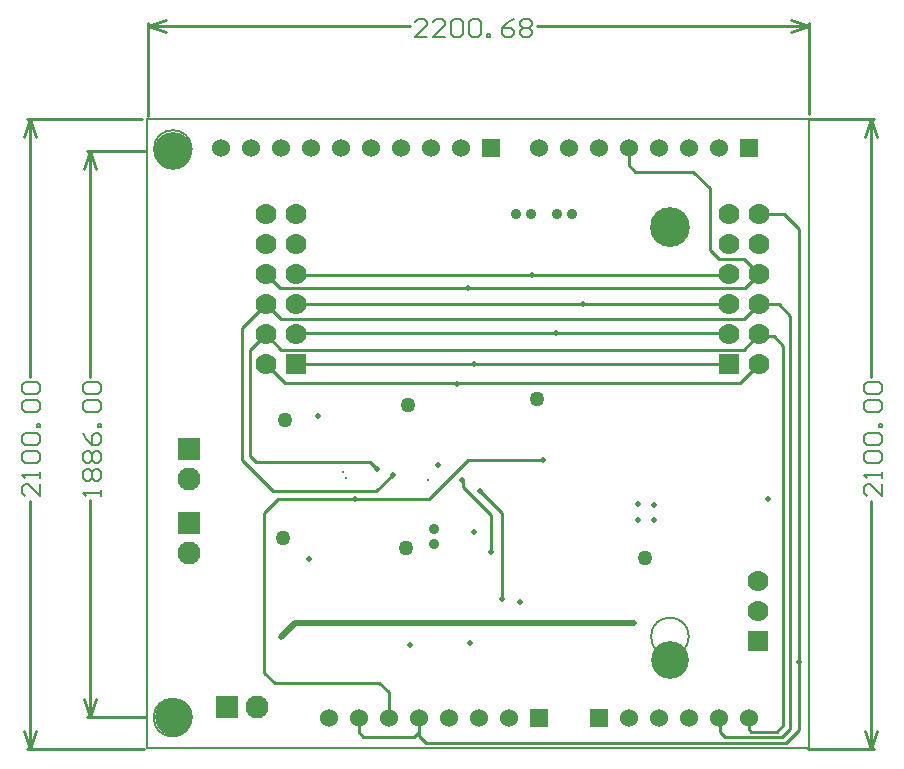
<source format=gbl>
G04*
G04 #@! TF.GenerationSoftware,Altium Limited,DefaultClient, ()*
G04*
G04 Layer_Physical_Order=4*
G04 Layer_Color=16711680*
%FSLAX44Y44*%
%MOMM*%
G71*
G04*
G04 #@! TF.SameCoordinates,C0C1BE24-F48D-404B-966D-32A33A0CC593*
G04*
G04*
G04 #@! TF.FilePolarity,Positive*
G04*
G01*
G75*
%ADD15C,0.2540*%
%ADD18C,0.1524*%
%ADD19C,0.1270*%
%ADD79C,0.5080*%
%ADD82R,1.9500X1.9500*%
%ADD83R,1.5240X1.5240*%
%ADD84C,1.5240*%
%ADD85C,0.8890*%
%ADD86C,1.9500*%
%ADD87R,1.9500X1.9500*%
%ADD88C,1.7780*%
%ADD89R,1.7780X1.7780*%
%ADD90C,3.2000*%
%ADD91C,0.2540*%
%ADD92C,1.2700*%
%ADD93C,0.5080*%
D15*
X153362Y-295611D02*
X181506D01*
X88348D02*
X153362D01*
X182027Y-296131D02*
X216019D01*
X249002Y-263149D02*
X312834D01*
X216019Y-296131D02*
X249002Y-263149D01*
X166077Y-264597D02*
X172358Y-270878D01*
X64422Y-259593D02*
X69425Y-264597D01*
X166077D01*
X171351Y-289155D02*
X185166Y-275340D01*
X57564Y-262895D02*
X83824Y-289155D01*
X171351D01*
X102950Y-181777D02*
X469968D01*
X90596Y-169423D02*
X459851D01*
X479274Y-197871D02*
X495368Y-181777D01*
X239494Y-197871D02*
X479274D01*
X93644D02*
X239088D01*
X102950Y-156377D02*
X104128Y-155199D01*
X102950Y-130977D02*
X103366Y-130561D01*
X459851Y-169423D02*
X482322D01*
X495368Y-156377D01*
X497146Y-158155D01*
X323248Y-155199D02*
X468790D01*
X469968Y-156377D01*
X459851Y-169423D02*
X459851Y-169423D01*
X459851Y-169423D02*
X459851D01*
X384890Y-13546D02*
X390653Y-19309D01*
X439834D01*
X453470Y-32945D01*
Y-85095D02*
Y-32945D01*
Y-85095D02*
X461264Y-92889D01*
X482680D01*
X469622Y-105923D02*
X469968Y-105577D01*
X482680Y-92889D02*
X495368Y-105577D01*
X303062Y-105923D02*
X469622D01*
X482576Y-143769D02*
X495368Y-130977D01*
X346290Y-130561D02*
X469552D01*
X248826Y-117607D02*
X483338D01*
X469552Y-130561D02*
X469968Y-130977D01*
X90342Y-143769D02*
X482576D01*
X104128Y-155199D02*
X323248D01*
X103366Y-130561D02*
X346290D01*
X483338Y-117607D02*
X495368Y-105577D01*
X89580Y-117607D02*
X248826D01*
X103296Y-105923D02*
X303062D01*
X102950Y-105577D02*
X103296Y-105923D01*
X277528Y-380232D02*
Y-307820D01*
X268384Y-340619D02*
X268669Y-340333D01*
Y-309852D01*
X64422Y-259593D02*
Y-169505D01*
X57564Y-262895D02*
Y-150963D01*
X77550Y-130977D01*
X64422Y-169505D02*
X77550Y-156377D01*
X207090Y-496629D02*
X213385Y-502925D01*
X156290Y-493447D02*
Y-481497D01*
X384890Y-13546D02*
Y1103D01*
X516704Y-54777D02*
X528988Y-67061D01*
X213385Y-502925D02*
X517812D01*
X528988Y-491749D01*
Y-434345D02*
Y-67061D01*
X521481Y-490365D02*
Y-140581D01*
X516034Y-487431D02*
Y-166121D01*
X511878Y-130977D02*
X521481Y-140581D01*
X495368Y-130977D02*
X511878D01*
X508068Y-158155D02*
X516034Y-166121D01*
X495368Y-54777D02*
X516704D01*
X497146Y-158155D02*
X508068D01*
X514764Y-497083D02*
X521481Y-490365D01*
X486490Y-490987D02*
X488430Y-492927D01*
X466281Y-497083D02*
X514764D01*
X462125Y-492927D02*
X466281Y-497083D01*
X510538Y-492927D02*
X516034Y-487431D01*
X488430Y-492927D02*
X510538D01*
X156290Y-493447D02*
X160180Y-497337D01*
X207090Y-496629D02*
Y-493273D01*
X203026Y-497337D02*
X207090Y-493273D01*
X160180Y-497337D02*
X203026D01*
X207090Y-493273D02*
Y-481497D01*
X462125Y-492927D02*
Y-482532D01*
X486490Y-490987D02*
Y-481497D01*
X528988Y-491749D02*
Y-434345D01*
X461090Y-481497D02*
X462125Y-482532D01*
X244750Y-285933D02*
X268669Y-309852D01*
X258748Y-289041D02*
X277528Y-307820D01*
X244295Y-279583D02*
X244750Y-280037D01*
Y-285933D02*
Y-280037D01*
X181506Y-295611D02*
X182027Y-296131D01*
X76360Y-307599D02*
X88348Y-295611D01*
X76360Y-443099D02*
Y-307599D01*
X181690Y-481497D02*
Y-459661D01*
X173961Y-451933D02*
X181690Y-459661D01*
X76360Y-443099D02*
X85194Y-451933D01*
X173961D01*
X77550Y-105577D02*
X89580Y-117607D01*
X77550Y-130977D02*
X90342Y-143769D01*
X77550Y-181777D02*
X93644Y-197871D01*
X77550Y-156377D02*
X90596Y-169423D01*
X239088Y-197871D02*
X239494Y-198277D01*
X584870Y-492414D02*
X589950Y-507654D01*
X595030Y-492414D01*
X589950Y25746D02*
X595030Y10506D01*
X584870D02*
X589950Y25746D01*
Y-507654D02*
Y-297326D01*
Y-192710D02*
Y25746D01*
X536864Y-507654D02*
X592490D01*
X538388Y25746D02*
X592490D01*
X-21682Y104738D02*
X-6442Y109817D01*
X-21682Y104738D02*
X-6442Y99657D01*
X522050D02*
X537290Y104738D01*
X522050Y109817D02*
X537290Y104738D01*
X-21682D02*
X200162D01*
X307318D02*
X537290D01*
X-21682Y28286D02*
Y107277D01*
X537290Y29678D02*
Y107277D01*
X-75946Y-465074D02*
X-70866Y-480314D01*
X-65786Y-465074D01*
X-70866Y-1270D02*
X-65786Y-16510D01*
X-75946D02*
X-70866Y-1270D01*
Y-480314D02*
Y-297164D01*
Y-192548D02*
Y-1270D01*
X-73406Y-480314D02*
X-23620D01*
X-73406Y-1270D02*
X-24382D01*
X-127254Y-492506D02*
X-122174Y-507746D01*
X-117094Y-492506D01*
X-122174Y25654D02*
X-117094Y10414D01*
X-127254D02*
X-122174Y25654D01*
Y-507746D02*
Y-297418D01*
Y-192802D02*
Y25654D01*
X-124714Y-507746D02*
X-25400D01*
X-124714Y25654D02*
X-27178D01*
D18*
X599091Y-283106D02*
Y-293262D01*
X588935Y-283106D01*
X586396D01*
X583857Y-285645D01*
Y-290723D01*
X586396Y-293262D01*
X599091Y-278027D02*
Y-272949D01*
Y-275488D01*
X583857D01*
X586396Y-278027D01*
Y-265331D02*
X583857Y-262792D01*
Y-257714D01*
X586396Y-255175D01*
X596552D01*
X599091Y-257714D01*
Y-262792D01*
X596552Y-265331D01*
X586396D01*
Y-250096D02*
X583857Y-247557D01*
Y-242479D01*
X586396Y-239940D01*
X596552D01*
X599091Y-242479D01*
Y-247557D01*
X596552Y-250096D01*
X586396D01*
X599091Y-234861D02*
X596552D01*
Y-232322D01*
X599091D01*
Y-234861D01*
X586396Y-222165D02*
X583857Y-219626D01*
Y-214548D01*
X586396Y-212009D01*
X596552D01*
X599091Y-214548D01*
Y-219626D01*
X596552Y-222165D01*
X586396D01*
Y-206930D02*
X583857Y-204391D01*
Y-199313D01*
X586396Y-196774D01*
X596552D01*
X599091Y-199313D01*
Y-204391D01*
X596552Y-206930D01*
X586396D01*
X214382Y95596D02*
X204226D01*
X214382Y105753D01*
Y108292D01*
X211843Y110831D01*
X206765D01*
X204226Y108292D01*
X229618Y95596D02*
X219461D01*
X229618Y105753D01*
Y108292D01*
X227078Y110831D01*
X222000D01*
X219461Y108292D01*
X234696D02*
X237235Y110831D01*
X242313D01*
X244853Y108292D01*
Y98135D01*
X242313Y95596D01*
X237235D01*
X234696Y98135D01*
Y108292D01*
X249931D02*
X252470Y110831D01*
X257549D01*
X260088Y108292D01*
Y98135D01*
X257549Y95596D01*
X252470D01*
X249931Y98135D01*
Y108292D01*
X265166Y95596D02*
Y98135D01*
X267705D01*
Y95596D01*
X265166D01*
X288019Y110831D02*
X282940Y108292D01*
X277862Y103214D01*
Y98135D01*
X280401Y95596D01*
X285480D01*
X288019Y98135D01*
Y100674D01*
X285480Y103214D01*
X277862D01*
X293097Y108292D02*
X295636Y110831D01*
X300715D01*
X303254Y108292D01*
Y105753D01*
X300715Y103214D01*
X303254Y100674D01*
Y98135D01*
X300715Y95596D01*
X295636D01*
X293097Y98135D01*
Y100674D01*
X295636Y103214D01*
X293097Y105753D01*
Y108292D01*
X295636Y103214D02*
X300715D01*
X-61725Y-293100D02*
Y-288022D01*
Y-290561D01*
X-76960D01*
X-74420Y-293100D01*
Y-280404D02*
X-76960Y-277865D01*
Y-272787D01*
X-74420Y-270248D01*
X-71881D01*
X-69342Y-272787D01*
X-66803Y-270248D01*
X-64264D01*
X-61725Y-272787D01*
Y-277865D01*
X-64264Y-280404D01*
X-66803D01*
X-69342Y-277865D01*
X-71881Y-280404D01*
X-74420D01*
X-69342Y-277865D02*
Y-272787D01*
X-74420Y-265169D02*
X-76960Y-262630D01*
Y-257552D01*
X-74420Y-255013D01*
X-71881D01*
X-69342Y-257552D01*
X-66803Y-255013D01*
X-64264D01*
X-61725Y-257552D01*
Y-262630D01*
X-64264Y-265169D01*
X-66803D01*
X-69342Y-262630D01*
X-71881Y-265169D01*
X-74420D01*
X-69342Y-262630D02*
Y-257552D01*
X-76960Y-239778D02*
X-74420Y-244856D01*
X-69342Y-249934D01*
X-64264D01*
X-61725Y-247395D01*
Y-242317D01*
X-64264Y-239778D01*
X-66803D01*
X-69342Y-242317D01*
Y-249934D01*
X-61725Y-234699D02*
X-64264D01*
Y-232160D01*
X-61725D01*
Y-234699D01*
X-74420Y-222003D02*
X-76960Y-219464D01*
Y-214386D01*
X-74420Y-211847D01*
X-64264D01*
X-61725Y-214386D01*
Y-219464D01*
X-64264Y-222003D01*
X-74420D01*
Y-206768D02*
X-76960Y-204229D01*
Y-199151D01*
X-74420Y-196612D01*
X-64264D01*
X-61725Y-199151D01*
Y-204229D01*
X-64264Y-206768D01*
X-74420D01*
X-113033Y-283198D02*
Y-293354D01*
X-123189Y-283198D01*
X-125728D01*
X-128267Y-285737D01*
Y-290815D01*
X-125728Y-293354D01*
X-113033Y-278119D02*
Y-273041D01*
Y-275580D01*
X-128267D01*
X-125728Y-278119D01*
Y-265423D02*
X-128267Y-262884D01*
Y-257806D01*
X-125728Y-255267D01*
X-115572D01*
X-113033Y-257806D01*
Y-262884D01*
X-115572Y-265423D01*
X-125728D01*
Y-250188D02*
X-128267Y-247649D01*
Y-242571D01*
X-125728Y-240032D01*
X-115572D01*
X-113033Y-242571D01*
Y-247649D01*
X-115572Y-250188D01*
X-125728D01*
X-113033Y-234953D02*
X-115572D01*
Y-232414D01*
X-113033D01*
Y-234953D01*
X-125728Y-222257D02*
X-128267Y-219718D01*
Y-214640D01*
X-125728Y-212101D01*
X-115572D01*
X-113033Y-214640D01*
Y-219718D01*
X-115572Y-222257D01*
X-125728D01*
Y-207022D02*
X-128267Y-204483D01*
Y-199405D01*
X-125728Y-196866D01*
X-115572D01*
X-113033Y-199405D01*
Y-204483D01*
X-115572Y-207022D01*
X-125728D01*
D19*
X14797Y-480989D02*
G03*
X14797Y-480989I-15999J0D01*
G01*
X15051Y341D02*
G03*
X15051Y341I-15999J0D01*
G01*
X435929Y-65699D02*
G03*
X435929Y-65699I-15999J0D01*
G01*
Y-412409D02*
G03*
X435929Y-412409I-15999J0D01*
G01*
X-22790Y-506897D02*
Y26503D01*
X537290Y-125897D02*
Y26503D01*
Y-506897D02*
Y-125897D01*
X-21680Y26000D02*
X538400D01*
X-22790Y-506897D02*
X537290D01*
D79*
X90330Y-412879D02*
X102646Y-400563D01*
X389542D01*
D82*
X12606Y-254005D02*
D03*
X12352Y-315847D02*
D03*
D83*
X268050Y1103D02*
D03*
X359490Y-481497D02*
D03*
X486490Y1103D02*
D03*
X308690Y-481497D02*
D03*
D84*
X242650Y1103D02*
D03*
X217250D02*
D03*
X191850D02*
D03*
X166450D02*
D03*
X141050D02*
D03*
X115650D02*
D03*
X90250D02*
D03*
X64850D02*
D03*
X384890Y-481497D02*
D03*
X410290D02*
D03*
X435690D02*
D03*
X461090D02*
D03*
X486490D02*
D03*
X39450Y1103D02*
D03*
X410290D02*
D03*
X308690D02*
D03*
X461090D02*
D03*
X435690D02*
D03*
X334090D02*
D03*
X359490D02*
D03*
X384890D02*
D03*
X130890Y-481497D02*
D03*
X283290D02*
D03*
X156290D02*
D03*
X181690D02*
D03*
X257890D02*
D03*
X232490D02*
D03*
X207090D02*
D03*
D85*
X220358Y-334455D02*
D03*
Y-321755D02*
D03*
X302634Y-54880D02*
D03*
X289934D02*
D03*
X336964D02*
D03*
X324264D02*
D03*
D86*
X12352Y-341247D02*
D03*
X12606Y-279405D02*
D03*
X70364Y-471683D02*
D03*
D87*
X44964D02*
D03*
D88*
X495368Y-54777D02*
D03*
Y-80177D02*
D03*
Y-105577D02*
D03*
Y-130977D02*
D03*
Y-156377D02*
D03*
Y-181777D02*
D03*
X469968Y-54777D02*
D03*
Y-80177D02*
D03*
Y-105577D02*
D03*
Y-130977D02*
D03*
Y-156377D02*
D03*
X102950D02*
D03*
Y-130977D02*
D03*
Y-105577D02*
D03*
Y-80177D02*
D03*
Y-54777D02*
D03*
X77550Y-181777D02*
D03*
Y-156377D02*
D03*
Y-130977D02*
D03*
Y-105577D02*
D03*
Y-80177D02*
D03*
Y-54777D02*
D03*
X494444Y-391165D02*
D03*
Y-365765D02*
D03*
D89*
X469968Y-181777D02*
D03*
X102950D02*
D03*
X494444Y-416565D02*
D03*
D90*
X419930Y-432567D02*
D03*
X419930Y-65699D02*
D03*
X-762Y-1270D02*
D03*
X0Y-480314D02*
D03*
D91*
X142923Y-272796D02*
D03*
X145288Y-277876D02*
D03*
X215358Y-280037D02*
D03*
D92*
X307245Y-211074D02*
D03*
X92298Y-328656D02*
D03*
X398606Y-346138D02*
D03*
X196836Y-337518D02*
D03*
X197836Y-216662D02*
D03*
X94060Y-229380D02*
D03*
D93*
X406595Y-313408D02*
D03*
X406146Y-300695D02*
D03*
X393145Y-313478D02*
D03*
Y-300228D02*
D03*
X254414Y-324202D02*
D03*
X185166Y-275340D02*
D03*
X223812Y-267007D02*
D03*
X277528Y-380232D02*
D03*
X268384Y-340619D02*
D03*
X389542Y-400563D02*
D03*
X293276Y-382783D02*
D03*
X250858Y-418213D02*
D03*
X239494Y-198277D02*
D03*
X258748Y-289041D02*
D03*
X244295Y-279583D02*
D03*
X153362Y-295611D02*
D03*
X172358Y-270878D02*
D03*
X90330Y-412879D02*
D03*
X199898Y-419969D02*
D03*
X114460Y-346461D02*
D03*
X121980Y-225557D02*
D03*
X323248Y-155199D02*
D03*
X303062Y-105923D02*
D03*
X248826Y-117607D02*
D03*
X346290Y-130561D02*
D03*
X312834Y-263149D02*
D03*
X254414Y-181615D02*
D03*
X528988Y-434345D02*
D03*
X503254Y-295948D02*
D03*
M02*

</source>
